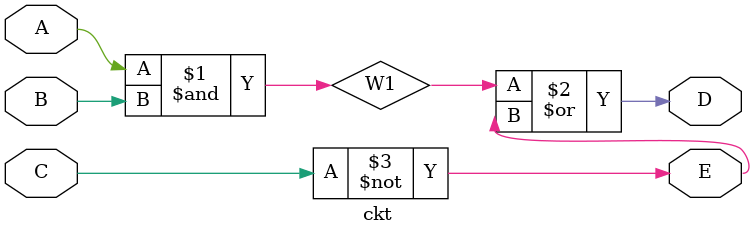
<source format=v>
module ckt(A,B,C,D,E);
output D,E;
input A,B,C;
wire W1;
and #30 G1(W1,A,B);
not #10 G2(E,C);
or #20 G3(D,W1,E);
endmodule

</source>
